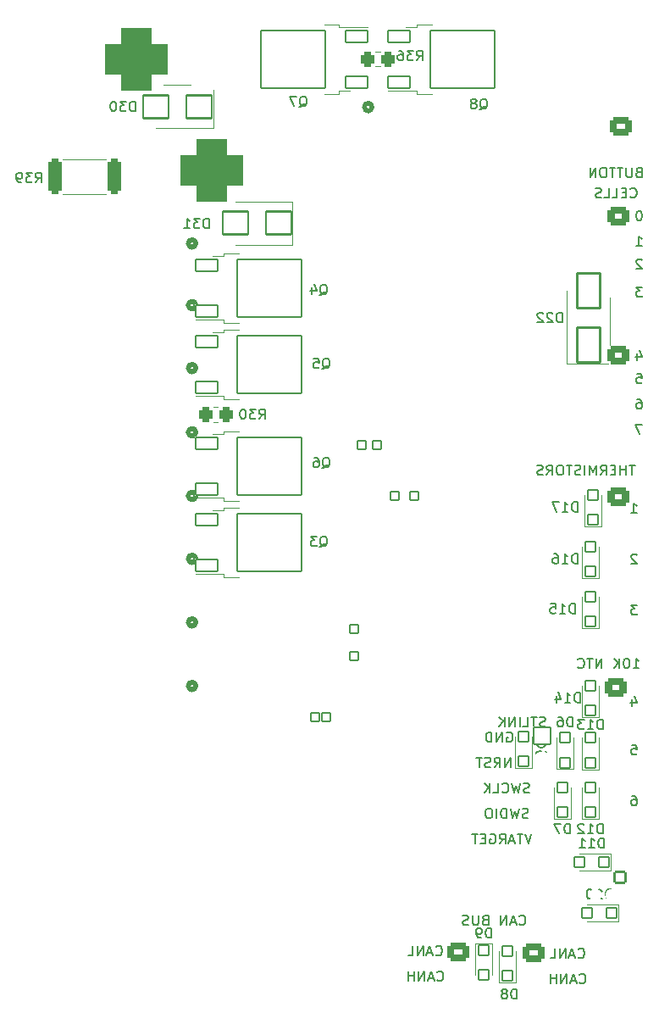
<source format=gbo>
%TF.GenerationSoftware,KiCad,Pcbnew,6.0.11+dfsg-1*%
%TF.CreationDate,2025-03-20T10:49:09-04:00*%
%TF.ProjectId,battery-board,62617474-6572-4792-9d62-6f6172642e6b,rev?*%
%TF.SameCoordinates,Original*%
%TF.FileFunction,Legend,Bot*%
%TF.FilePolarity,Positive*%
%FSLAX46Y46*%
G04 Gerber Fmt 4.6, Leading zero omitted, Abs format (unit mm)*
G04 Created by KiCad (PCBNEW 6.0.11+dfsg-1) date 2025-03-20 10:49:09*
%MOMM*%
%LPD*%
G01*
G04 APERTURE LIST*
G04 Aperture macros list*
%AMRoundRect*
0 Rectangle with rounded corners*
0 $1 Rounding radius*
0 $2 $3 $4 $5 $6 $7 $8 $9 X,Y pos of 4 corners*
0 Add a 4 corners polygon primitive as box body*
4,1,4,$2,$3,$4,$5,$6,$7,$8,$9,$2,$3,0*
0 Add four circle primitives for the rounded corners*
1,1,$1+$1,$2,$3*
1,1,$1+$1,$4,$5*
1,1,$1+$1,$6,$7*
1,1,$1+$1,$8,$9*
0 Add four rect primitives between the rounded corners*
20,1,$1+$1,$2,$3,$4,$5,0*
20,1,$1+$1,$4,$5,$6,$7,0*
20,1,$1+$1,$6,$7,$8,$9,0*
20,1,$1+$1,$8,$9,$2,$3,0*%
G04 Aperture macros list end*
%ADD10C,0.200000*%
%ADD11C,0.150000*%
%ADD12C,0.508000*%
%ADD13C,0.120000*%
%ADD14RoundRect,0.100000X-0.425000X-0.425000X0.425000X-0.425000X0.425000X0.425000X-0.425000X0.425000X0*%
%ADD15C,3.298800*%
%ADD16RoundRect,1.600000X-1.500000X-1.500000X1.500000X-1.500000X1.500000X1.500000X-1.500000X1.500000X0*%
%ADD17C,6.200000*%
%ADD18C,3.400000*%
%ADD19RoundRect,0.350000X-0.725000X0.600000X-0.725000X-0.600000X0.725000X-0.600000X0.725000X0.600000X0*%
%ADD20O,2.150000X1.900000*%
%ADD21RoundRect,0.350000X-0.750000X0.600000X-0.750000X-0.600000X0.750000X-0.600000X0.750000X0.600000X0*%
%ADD22O,2.200000X1.900000*%
%ADD23RoundRect,0.100000X0.550000X0.550000X-0.550000X0.550000X-0.550000X-0.550000X0.550000X-0.550000X0*%
%ADD24C,1.300000*%
%ADD25O,1.300000X2.600000*%
%ADD26RoundRect,0.100000X-0.850000X-0.850000X0.850000X-0.850000X0.850000X0.850000X-0.850000X0.850000X0*%
%ADD27O,1.900000X1.900000*%
%ADD28RoundRect,0.100000X0.425000X0.425000X-0.425000X0.425000X-0.425000X-0.425000X0.425000X-0.425000X0*%
%ADD29RoundRect,0.100000X-0.500000X0.500000X-0.500000X-0.500000X0.500000X-0.500000X0.500000X0.500000X0*%
%ADD30RoundRect,0.100000X0.500000X-0.500000X0.500000X0.500000X-0.500000X0.500000X-0.500000X-0.500000X0*%
%ADD31RoundRect,0.100000X-1.100000X-0.600000X1.100000X-0.600000X1.100000X0.600000X-1.100000X0.600000X0*%
%ADD32RoundRect,0.100000X-3.200000X-2.900000X3.200000X-2.900000X3.200000X2.900000X-3.200000X2.900000X0*%
%ADD33RoundRect,0.100000X1.100000X0.600000X-1.100000X0.600000X-1.100000X-0.600000X1.100000X-0.600000X0*%
%ADD34RoundRect,0.100000X3.200000X2.900000X-3.200000X2.900000X-3.200000X-2.900000X3.200000X-2.900000X0*%
%ADD35RoundRect,0.100000X0.500000X0.500000X-0.500000X0.500000X-0.500000X-0.500000X0.500000X-0.500000X0*%
%ADD36RoundRect,0.350000X-0.350000X-0.450000X0.350000X-0.450000X0.350000X0.450000X-0.350000X0.450000X0*%
%ADD37RoundRect,0.100000X1.150000X-1.750000X1.150000X1.750000X-1.150000X1.750000X-1.150000X-1.750000X0*%
%ADD38RoundRect,0.350000X-0.362500X-1.425000X0.362500X-1.425000X0.362500X1.425000X-0.362500X1.425000X0*%
%ADD39RoundRect,0.100000X1.250000X1.150000X-1.250000X1.150000X-1.250000X-1.150000X1.250000X-1.150000X0*%
%ADD40RoundRect,0.350000X0.350000X0.450000X-0.350000X0.450000X-0.350000X-0.450000X0.350000X-0.450000X0*%
G04 APERTURE END LIST*
D10*
X124539333Y-110704380D02*
X123920285Y-110704380D01*
X124253619Y-111085333D01*
X124110761Y-111085333D01*
X124015523Y-111132952D01*
X123967904Y-111180571D01*
X123920285Y-111275809D01*
X123920285Y-111513904D01*
X123967904Y-111609142D01*
X124015523Y-111656761D01*
X124110761Y-111704380D01*
X124396476Y-111704380D01*
X124491714Y-111656761D01*
X124539333Y-111609142D01*
X125047333Y-78954380D02*
X124428285Y-78954380D01*
X124761619Y-79335333D01*
X124618761Y-79335333D01*
X124523523Y-79382952D01*
X124475904Y-79430571D01*
X124428285Y-79525809D01*
X124428285Y-79763904D01*
X124475904Y-79859142D01*
X124523523Y-79906761D01*
X124618761Y-79954380D01*
X124904476Y-79954380D01*
X124999714Y-79906761D01*
X125047333Y-79859142D01*
X111878857Y-126944380D02*
X111878857Y-125944380D01*
X111307428Y-126944380D01*
X111307428Y-125944380D01*
X110259809Y-126944380D02*
X110593142Y-126468190D01*
X110831238Y-126944380D02*
X110831238Y-125944380D01*
X110450285Y-125944380D01*
X110355047Y-125992000D01*
X110307428Y-126039619D01*
X110259809Y-126134857D01*
X110259809Y-126277714D01*
X110307428Y-126372952D01*
X110355047Y-126420571D01*
X110450285Y-126468190D01*
X110831238Y-126468190D01*
X109878857Y-126896761D02*
X109736000Y-126944380D01*
X109497904Y-126944380D01*
X109402666Y-126896761D01*
X109355047Y-126849142D01*
X109307428Y-126753904D01*
X109307428Y-126658666D01*
X109355047Y-126563428D01*
X109402666Y-126515809D01*
X109497904Y-126468190D01*
X109688380Y-126420571D01*
X109783619Y-126372952D01*
X109831238Y-126325333D01*
X109878857Y-126230095D01*
X109878857Y-126134857D01*
X109831238Y-126039619D01*
X109783619Y-125992000D01*
X109688380Y-125944380D01*
X109450285Y-125944380D01*
X109307428Y-125992000D01*
X109021714Y-125944380D02*
X108450285Y-125944380D01*
X108736000Y-126944380D02*
X108736000Y-125944380D01*
X123967904Y-124674380D02*
X124444095Y-124674380D01*
X124491714Y-125150571D01*
X124444095Y-125102952D01*
X124348857Y-125055333D01*
X124110761Y-125055333D01*
X124015523Y-125102952D01*
X123967904Y-125150571D01*
X123920285Y-125245809D01*
X123920285Y-125483904D01*
X123967904Y-125579142D01*
X124015523Y-125626761D01*
X124110761Y-125674380D01*
X124348857Y-125674380D01*
X124444095Y-125626761D01*
X124491714Y-125579142D01*
X112759809Y-142597142D02*
X112807428Y-142644761D01*
X112950285Y-142692380D01*
X113045523Y-142692380D01*
X113188380Y-142644761D01*
X113283619Y-142549523D01*
X113331238Y-142454285D01*
X113378857Y-142263809D01*
X113378857Y-142120952D01*
X113331238Y-141930476D01*
X113283619Y-141835238D01*
X113188380Y-141740000D01*
X113045523Y-141692380D01*
X112950285Y-141692380D01*
X112807428Y-141740000D01*
X112759809Y-141787619D01*
X112378857Y-142406666D02*
X111902666Y-142406666D01*
X112474095Y-142692380D02*
X112140761Y-141692380D01*
X111807428Y-142692380D01*
X111474095Y-142692380D02*
X111474095Y-141692380D01*
X110902666Y-142692380D01*
X110902666Y-141692380D01*
X109331238Y-142168571D02*
X109188380Y-142216190D01*
X109140761Y-142263809D01*
X109093142Y-142359047D01*
X109093142Y-142501904D01*
X109140761Y-142597142D01*
X109188380Y-142644761D01*
X109283619Y-142692380D01*
X109664571Y-142692380D01*
X109664571Y-141692380D01*
X109331238Y-141692380D01*
X109236000Y-141740000D01*
X109188380Y-141787619D01*
X109140761Y-141882857D01*
X109140761Y-141978095D01*
X109188380Y-142073333D01*
X109236000Y-142120952D01*
X109331238Y-142168571D01*
X109664571Y-142168571D01*
X108664571Y-141692380D02*
X108664571Y-142501904D01*
X108616952Y-142597142D01*
X108569333Y-142644761D01*
X108474095Y-142692380D01*
X108283619Y-142692380D01*
X108188380Y-142644761D01*
X108140761Y-142597142D01*
X108093142Y-142501904D01*
X108093142Y-141692380D01*
X107664571Y-142644761D02*
X107521714Y-142692380D01*
X107283619Y-142692380D01*
X107188380Y-142644761D01*
X107140761Y-142597142D01*
X107093142Y-142501904D01*
X107093142Y-142406666D01*
X107140761Y-142311428D01*
X107188380Y-142263809D01*
X107283619Y-142216190D01*
X107474095Y-142168571D01*
X107569333Y-142120952D01*
X107616952Y-142073333D01*
X107664571Y-141978095D01*
X107664571Y-141882857D01*
X107616952Y-141787619D01*
X107569333Y-141740000D01*
X107474095Y-141692380D01*
X107236000Y-141692380D01*
X107093142Y-141740000D01*
X111505904Y-123452000D02*
X111601142Y-123404380D01*
X111744000Y-123404380D01*
X111886857Y-123452000D01*
X111982095Y-123547238D01*
X112029714Y-123642476D01*
X112077333Y-123832952D01*
X112077333Y-123975809D01*
X112029714Y-124166285D01*
X111982095Y-124261523D01*
X111886857Y-124356761D01*
X111744000Y-124404380D01*
X111648761Y-124404380D01*
X111505904Y-124356761D01*
X111458285Y-124309142D01*
X111458285Y-123975809D01*
X111648761Y-123975809D01*
X111029714Y-124404380D02*
X111029714Y-123404380D01*
X110458285Y-124404380D01*
X110458285Y-123404380D01*
X109982095Y-124404380D02*
X109982095Y-123404380D01*
X109744000Y-123404380D01*
X109601142Y-123452000D01*
X109505904Y-123547238D01*
X109458285Y-123642476D01*
X109410666Y-123832952D01*
X109410666Y-123975809D01*
X109458285Y-124166285D01*
X109505904Y-124261523D01*
X109601142Y-124356761D01*
X109744000Y-124404380D01*
X109982095Y-124404380D01*
X123856571Y-69953142D02*
X123904190Y-70000761D01*
X124047047Y-70048380D01*
X124142285Y-70048380D01*
X124285142Y-70000761D01*
X124380380Y-69905523D01*
X124428000Y-69810285D01*
X124475619Y-69619809D01*
X124475619Y-69476952D01*
X124428000Y-69286476D01*
X124380380Y-69191238D01*
X124285142Y-69096000D01*
X124142285Y-69048380D01*
X124047047Y-69048380D01*
X123904190Y-69096000D01*
X123856571Y-69143619D01*
X123428000Y-69524571D02*
X123094666Y-69524571D01*
X122951809Y-70048380D02*
X123428000Y-70048380D01*
X123428000Y-69048380D01*
X122951809Y-69048380D01*
X122047047Y-70048380D02*
X122523238Y-70048380D01*
X122523238Y-69048380D01*
X121237523Y-70048380D02*
X121713714Y-70048380D01*
X121713714Y-69048380D01*
X120951809Y-70000761D02*
X120808952Y-70048380D01*
X120570857Y-70048380D01*
X120475619Y-70000761D01*
X120428000Y-69953142D01*
X120380380Y-69857904D01*
X120380380Y-69762666D01*
X120428000Y-69667428D01*
X120475619Y-69619809D01*
X120570857Y-69572190D01*
X120761333Y-69524571D01*
X120856571Y-69476952D01*
X120904190Y-69429333D01*
X120951809Y-69334095D01*
X120951809Y-69238857D01*
X120904190Y-69143619D01*
X120856571Y-69096000D01*
X120761333Y-69048380D01*
X120523238Y-69048380D01*
X120380380Y-69096000D01*
X124999714Y-76255619D02*
X124952095Y-76208000D01*
X124856857Y-76160380D01*
X124618761Y-76160380D01*
X124523523Y-76208000D01*
X124475904Y-76255619D01*
X124428285Y-76350857D01*
X124428285Y-76446095D01*
X124475904Y-76588952D01*
X125047333Y-77160380D01*
X124428285Y-77160380D01*
X124523523Y-85637714D02*
X124523523Y-86304380D01*
X124761619Y-85256761D02*
X124999714Y-85971047D01*
X124380666Y-85971047D01*
X118768666Y-148439142D02*
X118816285Y-148486761D01*
X118959142Y-148534380D01*
X119054380Y-148534380D01*
X119197238Y-148486761D01*
X119292476Y-148391523D01*
X119340095Y-148296285D01*
X119387714Y-148105809D01*
X119387714Y-147962952D01*
X119340095Y-147772476D01*
X119292476Y-147677238D01*
X119197238Y-147582000D01*
X119054380Y-147534380D01*
X118959142Y-147534380D01*
X118816285Y-147582000D01*
X118768666Y-147629619D01*
X118387714Y-148248666D02*
X117911523Y-148248666D01*
X118482952Y-148534380D02*
X118149619Y-147534380D01*
X117816285Y-148534380D01*
X117482952Y-148534380D02*
X117482952Y-147534380D01*
X116911523Y-148534380D01*
X116911523Y-147534380D01*
X116435333Y-148534380D02*
X116435333Y-147534380D01*
X116435333Y-148010571D02*
X115863904Y-148010571D01*
X115863904Y-148534380D02*
X115863904Y-147534380D01*
X125047333Y-92670380D02*
X124380666Y-92670380D01*
X124809238Y-93670380D01*
X124428285Y-74874380D02*
X124999714Y-74874380D01*
X124714000Y-74874380D02*
X124714000Y-73874380D01*
X124809238Y-74017238D01*
X124904476Y-74112476D01*
X124999714Y-74160095D01*
X118649619Y-145899142D02*
X118697238Y-145946761D01*
X118840095Y-145994380D01*
X118935333Y-145994380D01*
X119078190Y-145946761D01*
X119173428Y-145851523D01*
X119221047Y-145756285D01*
X119268666Y-145565809D01*
X119268666Y-145422952D01*
X119221047Y-145232476D01*
X119173428Y-145137238D01*
X119078190Y-145042000D01*
X118935333Y-144994380D01*
X118840095Y-144994380D01*
X118697238Y-145042000D01*
X118649619Y-145089619D01*
X118268666Y-145708666D02*
X117792476Y-145708666D01*
X118363904Y-145994380D02*
X118030571Y-144994380D01*
X117697238Y-145994380D01*
X117363904Y-145994380D02*
X117363904Y-144994380D01*
X116792476Y-145994380D01*
X116792476Y-144994380D01*
X115840095Y-145994380D02*
X116316285Y-145994380D01*
X116316285Y-144994380D01*
X123920285Y-101544380D02*
X124491714Y-101544380D01*
X124206000Y-101544380D02*
X124206000Y-100544380D01*
X124301238Y-100687238D01*
X124396476Y-100782476D01*
X124491714Y-100830095D01*
X104544666Y-148185142D02*
X104592285Y-148232761D01*
X104735142Y-148280380D01*
X104830380Y-148280380D01*
X104973238Y-148232761D01*
X105068476Y-148137523D01*
X105116095Y-148042285D01*
X105163714Y-147851809D01*
X105163714Y-147708952D01*
X105116095Y-147518476D01*
X105068476Y-147423238D01*
X104973238Y-147328000D01*
X104830380Y-147280380D01*
X104735142Y-147280380D01*
X104592285Y-147328000D01*
X104544666Y-147375619D01*
X104163714Y-147994666D02*
X103687523Y-147994666D01*
X104258952Y-148280380D02*
X103925619Y-147280380D01*
X103592285Y-148280380D01*
X103258952Y-148280380D02*
X103258952Y-147280380D01*
X102687523Y-148280380D01*
X102687523Y-147280380D01*
X102211333Y-148280380D02*
X102211333Y-147280380D01*
X102211333Y-147756571D02*
X101639904Y-147756571D01*
X101639904Y-148280380D02*
X101639904Y-147280380D01*
X124689904Y-67492571D02*
X124547047Y-67540190D01*
X124499428Y-67587809D01*
X124451809Y-67683047D01*
X124451809Y-67825904D01*
X124499428Y-67921142D01*
X124547047Y-67968761D01*
X124642285Y-68016380D01*
X125023238Y-68016380D01*
X125023238Y-67016380D01*
X124689904Y-67016380D01*
X124594666Y-67064000D01*
X124547047Y-67111619D01*
X124499428Y-67206857D01*
X124499428Y-67302095D01*
X124547047Y-67397333D01*
X124594666Y-67444952D01*
X124689904Y-67492571D01*
X125023238Y-67492571D01*
X124023238Y-67016380D02*
X124023238Y-67825904D01*
X123975619Y-67921142D01*
X123928000Y-67968761D01*
X123832761Y-68016380D01*
X123642285Y-68016380D01*
X123547047Y-67968761D01*
X123499428Y-67921142D01*
X123451809Y-67825904D01*
X123451809Y-67016380D01*
X123118476Y-67016380D02*
X122547047Y-67016380D01*
X122832761Y-68016380D02*
X122832761Y-67016380D01*
X122356571Y-67016380D02*
X121785142Y-67016380D01*
X122070857Y-68016380D02*
X122070857Y-67016380D01*
X121261333Y-67016380D02*
X121070857Y-67016380D01*
X120975619Y-67064000D01*
X120880380Y-67159238D01*
X120832761Y-67349714D01*
X120832761Y-67683047D01*
X120880380Y-67873523D01*
X120975619Y-67968761D01*
X121070857Y-68016380D01*
X121261333Y-68016380D01*
X121356571Y-67968761D01*
X121451809Y-67873523D01*
X121499428Y-67683047D01*
X121499428Y-67349714D01*
X121451809Y-67159238D01*
X121356571Y-67064000D01*
X121261333Y-67016380D01*
X120404190Y-68016380D02*
X120404190Y-67016380D01*
X119832761Y-68016380D01*
X119832761Y-67016380D01*
X124491714Y-105719619D02*
X124444095Y-105672000D01*
X124348857Y-105624380D01*
X124110761Y-105624380D01*
X124015523Y-105672000D01*
X123967904Y-105719619D01*
X123920285Y-105814857D01*
X123920285Y-105910095D01*
X123967904Y-106052952D01*
X124539333Y-106624380D01*
X123920285Y-106624380D01*
X115363333Y-122832761D02*
X115220476Y-122880380D01*
X114982380Y-122880380D01*
X114887142Y-122832761D01*
X114839523Y-122785142D01*
X114791904Y-122689904D01*
X114791904Y-122594666D01*
X114839523Y-122499428D01*
X114887142Y-122451809D01*
X114982380Y-122404190D01*
X115172857Y-122356571D01*
X115268095Y-122308952D01*
X115315714Y-122261333D01*
X115363333Y-122166095D01*
X115363333Y-122070857D01*
X115315714Y-121975619D01*
X115268095Y-121928000D01*
X115172857Y-121880380D01*
X114934761Y-121880380D01*
X114791904Y-121928000D01*
X114506190Y-121880380D02*
X113934761Y-121880380D01*
X114220476Y-122880380D02*
X114220476Y-121880380D01*
X113125238Y-122880380D02*
X113601428Y-122880380D01*
X113601428Y-121880380D01*
X112791904Y-122880380D02*
X112791904Y-121880380D01*
X112315714Y-122880380D02*
X112315714Y-121880380D01*
X111744285Y-122880380D01*
X111744285Y-121880380D01*
X111268095Y-122880380D02*
X111268095Y-121880380D01*
X110696666Y-122880380D02*
X111125238Y-122308952D01*
X110696666Y-121880380D02*
X111268095Y-122451809D01*
X124308571Y-96734380D02*
X123737142Y-96734380D01*
X124022857Y-97734380D02*
X124022857Y-96734380D01*
X123403809Y-97734380D02*
X123403809Y-96734380D01*
X123403809Y-97210571D02*
X122832380Y-97210571D01*
X122832380Y-97734380D02*
X122832380Y-96734380D01*
X122356190Y-97210571D02*
X122022857Y-97210571D01*
X121880000Y-97734380D02*
X122356190Y-97734380D01*
X122356190Y-96734380D01*
X121880000Y-96734380D01*
X120880000Y-97734380D02*
X121213333Y-97258190D01*
X121451428Y-97734380D02*
X121451428Y-96734380D01*
X121070476Y-96734380D01*
X120975238Y-96782000D01*
X120927619Y-96829619D01*
X120880000Y-96924857D01*
X120880000Y-97067714D01*
X120927619Y-97162952D01*
X120975238Y-97210571D01*
X121070476Y-97258190D01*
X121451428Y-97258190D01*
X120451428Y-97734380D02*
X120451428Y-96734380D01*
X120118095Y-97448666D01*
X119784761Y-96734380D01*
X119784761Y-97734380D01*
X119308571Y-97734380D02*
X119308571Y-96734380D01*
X118880000Y-97686761D02*
X118737142Y-97734380D01*
X118499047Y-97734380D01*
X118403809Y-97686761D01*
X118356190Y-97639142D01*
X118308571Y-97543904D01*
X118308571Y-97448666D01*
X118356190Y-97353428D01*
X118403809Y-97305809D01*
X118499047Y-97258190D01*
X118689523Y-97210571D01*
X118784761Y-97162952D01*
X118832380Y-97115333D01*
X118880000Y-97020095D01*
X118880000Y-96924857D01*
X118832380Y-96829619D01*
X118784761Y-96782000D01*
X118689523Y-96734380D01*
X118451428Y-96734380D01*
X118308571Y-96782000D01*
X118022857Y-96734380D02*
X117451428Y-96734380D01*
X117737142Y-97734380D02*
X117737142Y-96734380D01*
X116927619Y-96734380D02*
X116737142Y-96734380D01*
X116641904Y-96782000D01*
X116546666Y-96877238D01*
X116499047Y-97067714D01*
X116499047Y-97401047D01*
X116546666Y-97591523D01*
X116641904Y-97686761D01*
X116737142Y-97734380D01*
X116927619Y-97734380D01*
X117022857Y-97686761D01*
X117118095Y-97591523D01*
X117165714Y-97401047D01*
X117165714Y-97067714D01*
X117118095Y-96877238D01*
X117022857Y-96782000D01*
X116927619Y-96734380D01*
X115499047Y-97734380D02*
X115832380Y-97258190D01*
X116070476Y-97734380D02*
X116070476Y-96734380D01*
X115689523Y-96734380D01*
X115594285Y-96782000D01*
X115546666Y-96829619D01*
X115499047Y-96924857D01*
X115499047Y-97067714D01*
X115546666Y-97162952D01*
X115594285Y-97210571D01*
X115689523Y-97258190D01*
X116070476Y-97258190D01*
X115118095Y-97686761D02*
X114975238Y-97734380D01*
X114737142Y-97734380D01*
X114641904Y-97686761D01*
X114594285Y-97639142D01*
X114546666Y-97543904D01*
X114546666Y-97448666D01*
X114594285Y-97353428D01*
X114641904Y-97305809D01*
X114737142Y-97258190D01*
X114927619Y-97210571D01*
X115022857Y-97162952D01*
X115070476Y-97115333D01*
X115118095Y-97020095D01*
X115118095Y-96924857D01*
X115070476Y-96829619D01*
X115022857Y-96782000D01*
X114927619Y-96734380D01*
X114689523Y-96734380D01*
X114546666Y-96782000D01*
X113625047Y-131976761D02*
X113482190Y-132024380D01*
X113244095Y-132024380D01*
X113148857Y-131976761D01*
X113101238Y-131929142D01*
X113053619Y-131833904D01*
X113053619Y-131738666D01*
X113101238Y-131643428D01*
X113148857Y-131595809D01*
X113244095Y-131548190D01*
X113434571Y-131500571D01*
X113529809Y-131452952D01*
X113577428Y-131405333D01*
X113625047Y-131310095D01*
X113625047Y-131214857D01*
X113577428Y-131119619D01*
X113529809Y-131072000D01*
X113434571Y-131024380D01*
X113196476Y-131024380D01*
X113053619Y-131072000D01*
X112720285Y-131024380D02*
X112482190Y-132024380D01*
X112291714Y-131310095D01*
X112101238Y-132024380D01*
X111863142Y-131024380D01*
X111482190Y-132024380D02*
X111482190Y-131024380D01*
X111244095Y-131024380D01*
X111101238Y-131072000D01*
X111006000Y-131167238D01*
X110958380Y-131262476D01*
X110910761Y-131452952D01*
X110910761Y-131595809D01*
X110958380Y-131786285D01*
X111006000Y-131881523D01*
X111101238Y-131976761D01*
X111244095Y-132024380D01*
X111482190Y-132024380D01*
X110482190Y-132024380D02*
X110482190Y-131024380D01*
X109815523Y-131024380D02*
X109625047Y-131024380D01*
X109529809Y-131072000D01*
X109434571Y-131167238D01*
X109386952Y-131357714D01*
X109386952Y-131691047D01*
X109434571Y-131881523D01*
X109529809Y-131976761D01*
X109625047Y-132024380D01*
X109815523Y-132024380D01*
X109910761Y-131976761D01*
X110006000Y-131881523D01*
X110053619Y-131691047D01*
X110053619Y-131357714D01*
X110006000Y-131167238D01*
X109910761Y-131072000D01*
X109815523Y-131024380D01*
X113974190Y-133564380D02*
X113640857Y-134564380D01*
X113307523Y-133564380D01*
X113117047Y-133564380D02*
X112545619Y-133564380D01*
X112831333Y-134564380D02*
X112831333Y-133564380D01*
X112259904Y-134278666D02*
X111783714Y-134278666D01*
X112355142Y-134564380D02*
X112021809Y-133564380D01*
X111688476Y-134564380D01*
X110783714Y-134564380D02*
X111117047Y-134088190D01*
X111355142Y-134564380D02*
X111355142Y-133564380D01*
X110974190Y-133564380D01*
X110878952Y-133612000D01*
X110831333Y-133659619D01*
X110783714Y-133754857D01*
X110783714Y-133897714D01*
X110831333Y-133992952D01*
X110878952Y-134040571D01*
X110974190Y-134088190D01*
X111355142Y-134088190D01*
X109831333Y-133612000D02*
X109926571Y-133564380D01*
X110069428Y-133564380D01*
X110212285Y-133612000D01*
X110307523Y-133707238D01*
X110355142Y-133802476D01*
X110402761Y-133992952D01*
X110402761Y-134135809D01*
X110355142Y-134326285D01*
X110307523Y-134421523D01*
X110212285Y-134516761D01*
X110069428Y-134564380D01*
X109974190Y-134564380D01*
X109831333Y-134516761D01*
X109783714Y-134469142D01*
X109783714Y-134135809D01*
X109974190Y-134135809D01*
X109355142Y-134040571D02*
X109021809Y-134040571D01*
X108878952Y-134564380D02*
X109355142Y-134564380D01*
X109355142Y-133564380D01*
X108878952Y-133564380D01*
X108593238Y-133564380D02*
X108021809Y-133564380D01*
X108307523Y-134564380D02*
X108307523Y-133564380D01*
X124015523Y-129754380D02*
X124206000Y-129754380D01*
X124301238Y-129802000D01*
X124348857Y-129849619D01*
X124444095Y-129992476D01*
X124491714Y-130182952D01*
X124491714Y-130563904D01*
X124444095Y-130659142D01*
X124396476Y-130706761D01*
X124301238Y-130754380D01*
X124110761Y-130754380D01*
X124015523Y-130706761D01*
X123967904Y-130659142D01*
X123920285Y-130563904D01*
X123920285Y-130325809D01*
X123967904Y-130230571D01*
X124015523Y-130182952D01*
X124110761Y-130135333D01*
X124301238Y-130135333D01*
X124396476Y-130182952D01*
X124444095Y-130230571D01*
X124491714Y-130325809D01*
X113767904Y-129436761D02*
X113625047Y-129484380D01*
X113386952Y-129484380D01*
X113291714Y-129436761D01*
X113244095Y-129389142D01*
X113196476Y-129293904D01*
X113196476Y-129198666D01*
X113244095Y-129103428D01*
X113291714Y-129055809D01*
X113386952Y-129008190D01*
X113577428Y-128960571D01*
X113672666Y-128912952D01*
X113720285Y-128865333D01*
X113767904Y-128770095D01*
X113767904Y-128674857D01*
X113720285Y-128579619D01*
X113672666Y-128532000D01*
X113577428Y-128484380D01*
X113339333Y-128484380D01*
X113196476Y-128532000D01*
X112863142Y-128484380D02*
X112625047Y-129484380D01*
X112434571Y-128770095D01*
X112244095Y-129484380D01*
X112006000Y-128484380D01*
X111053619Y-129389142D02*
X111101238Y-129436761D01*
X111244095Y-129484380D01*
X111339333Y-129484380D01*
X111482190Y-129436761D01*
X111577428Y-129341523D01*
X111625047Y-129246285D01*
X111672666Y-129055809D01*
X111672666Y-128912952D01*
X111625047Y-128722476D01*
X111577428Y-128627238D01*
X111482190Y-128532000D01*
X111339333Y-128484380D01*
X111244095Y-128484380D01*
X111101238Y-128532000D01*
X111053619Y-128579619D01*
X110148857Y-129484380D02*
X110625047Y-129484380D01*
X110625047Y-128484380D01*
X109815523Y-129484380D02*
X109815523Y-128484380D01*
X109244095Y-129484380D02*
X109672666Y-128912952D01*
X109244095Y-128484380D02*
X109815523Y-129055809D01*
X124761619Y-71334380D02*
X124666380Y-71334380D01*
X124571142Y-71382000D01*
X124523523Y-71429619D01*
X124475904Y-71524857D01*
X124428285Y-71715333D01*
X124428285Y-71953428D01*
X124475904Y-72143904D01*
X124523523Y-72239142D01*
X124571142Y-72286761D01*
X124666380Y-72334380D01*
X124761619Y-72334380D01*
X124856857Y-72286761D01*
X124904476Y-72239142D01*
X124952095Y-72143904D01*
X124999714Y-71953428D01*
X124999714Y-71715333D01*
X124952095Y-71524857D01*
X124904476Y-71429619D01*
X124856857Y-71382000D01*
X124761619Y-71334380D01*
X124015523Y-120181714D02*
X124015523Y-120848380D01*
X124253619Y-119800761D02*
X124491714Y-120515047D01*
X123872666Y-120515047D01*
X124475904Y-87590380D02*
X124952095Y-87590380D01*
X124999714Y-88066571D01*
X124952095Y-88018952D01*
X124856857Y-87971333D01*
X124618761Y-87971333D01*
X124523523Y-88018952D01*
X124475904Y-88066571D01*
X124428285Y-88161809D01*
X124428285Y-88399904D01*
X124475904Y-88495142D01*
X124523523Y-88542761D01*
X124618761Y-88590380D01*
X124856857Y-88590380D01*
X124952095Y-88542761D01*
X124999714Y-88495142D01*
X104425619Y-145645142D02*
X104473238Y-145692761D01*
X104616095Y-145740380D01*
X104711333Y-145740380D01*
X104854190Y-145692761D01*
X104949428Y-145597523D01*
X104997047Y-145502285D01*
X105044666Y-145311809D01*
X105044666Y-145168952D01*
X104997047Y-144978476D01*
X104949428Y-144883238D01*
X104854190Y-144788000D01*
X104711333Y-144740380D01*
X104616095Y-144740380D01*
X104473238Y-144788000D01*
X104425619Y-144835619D01*
X104044666Y-145454666D02*
X103568476Y-145454666D01*
X104139904Y-145740380D02*
X103806571Y-144740380D01*
X103473238Y-145740380D01*
X103139904Y-145740380D02*
X103139904Y-144740380D01*
X102568476Y-145740380D01*
X102568476Y-144740380D01*
X101616095Y-145740380D02*
X102092285Y-145740380D01*
X102092285Y-144740380D01*
X124523523Y-90130380D02*
X124714000Y-90130380D01*
X124809238Y-90178000D01*
X124856857Y-90225619D01*
X124952095Y-90368476D01*
X124999714Y-90558952D01*
X124999714Y-90939904D01*
X124952095Y-91035142D01*
X124904476Y-91082761D01*
X124809238Y-91130380D01*
X124618761Y-91130380D01*
X124523523Y-91082761D01*
X124475904Y-91035142D01*
X124428285Y-90939904D01*
X124428285Y-90701809D01*
X124475904Y-90606571D01*
X124523523Y-90558952D01*
X124618761Y-90511333D01*
X124809238Y-90511333D01*
X124904476Y-90558952D01*
X124952095Y-90606571D01*
X124999714Y-90701809D01*
X124142190Y-117038380D02*
X124713619Y-117038380D01*
X124427904Y-117038380D02*
X124427904Y-116038380D01*
X124523142Y-116181238D01*
X124618380Y-116276476D01*
X124713619Y-116324095D01*
X123523142Y-116038380D02*
X123427904Y-116038380D01*
X123332666Y-116086000D01*
X123285047Y-116133619D01*
X123237428Y-116228857D01*
X123189809Y-116419333D01*
X123189809Y-116657428D01*
X123237428Y-116847904D01*
X123285047Y-116943142D01*
X123332666Y-116990761D01*
X123427904Y-117038380D01*
X123523142Y-117038380D01*
X123618380Y-116990761D01*
X123666000Y-116943142D01*
X123713619Y-116847904D01*
X123761238Y-116657428D01*
X123761238Y-116419333D01*
X123713619Y-116228857D01*
X123666000Y-116133619D01*
X123618380Y-116086000D01*
X123523142Y-116038380D01*
X122761238Y-117038380D02*
X122761238Y-116038380D01*
X122189809Y-117038380D02*
X122618380Y-116466952D01*
X122189809Y-116038380D02*
X122761238Y-116609809D01*
X120999333Y-117038380D02*
X120999333Y-116038380D01*
X120427904Y-117038380D01*
X120427904Y-116038380D01*
X120094571Y-116038380D02*
X119523142Y-116038380D01*
X119808857Y-117038380D02*
X119808857Y-116038380D01*
X118618380Y-116943142D02*
X118666000Y-116990761D01*
X118808857Y-117038380D01*
X118904095Y-117038380D01*
X119046952Y-116990761D01*
X119142190Y-116895523D01*
X119189809Y-116800285D01*
X119237428Y-116609809D01*
X119237428Y-116466952D01*
X119189809Y-116276476D01*
X119142190Y-116181238D01*
X119046952Y-116086000D01*
X118904095Y-116038380D01*
X118808857Y-116038380D01*
X118666000Y-116086000D01*
X118618380Y-116133619D01*
D11*
%TO.C,D9*%
X109958095Y-143962380D02*
X109958095Y-142962380D01*
X109720000Y-142962380D01*
X109577142Y-143010000D01*
X109481904Y-143105238D01*
X109434285Y-143200476D01*
X109386666Y-143390952D01*
X109386666Y-143533809D01*
X109434285Y-143724285D01*
X109481904Y-143819523D01*
X109577142Y-143914761D01*
X109720000Y-143962380D01*
X109958095Y-143962380D01*
X108910476Y-143962380D02*
X108720000Y-143962380D01*
X108624761Y-143914761D01*
X108577142Y-143867142D01*
X108481904Y-143724285D01*
X108434285Y-143533809D01*
X108434285Y-143152857D01*
X108481904Y-143057619D01*
X108529523Y-143010000D01*
X108624761Y-142962380D01*
X108815238Y-142962380D01*
X108910476Y-143010000D01*
X108958095Y-143057619D01*
X109005714Y-143152857D01*
X109005714Y-143390952D01*
X108958095Y-143486190D01*
X108910476Y-143533809D01*
X108815238Y-143581428D01*
X108624761Y-143581428D01*
X108529523Y-143533809D01*
X108481904Y-143486190D01*
X108434285Y-143390952D01*
%TO.C,D12*%
X121102285Y-133548380D02*
X121102285Y-132548380D01*
X120864190Y-132548380D01*
X120721333Y-132596000D01*
X120626095Y-132691238D01*
X120578476Y-132786476D01*
X120530857Y-132976952D01*
X120530857Y-133119809D01*
X120578476Y-133310285D01*
X120626095Y-133405523D01*
X120721333Y-133500761D01*
X120864190Y-133548380D01*
X121102285Y-133548380D01*
X119578476Y-133548380D02*
X120149904Y-133548380D01*
X119864190Y-133548380D02*
X119864190Y-132548380D01*
X119959428Y-132691238D01*
X120054666Y-132786476D01*
X120149904Y-132834095D01*
X119197523Y-132643619D02*
X119149904Y-132596000D01*
X119054666Y-132548380D01*
X118816571Y-132548380D01*
X118721333Y-132596000D01*
X118673714Y-132643619D01*
X118626095Y-132738857D01*
X118626095Y-132834095D01*
X118673714Y-132976952D01*
X119245142Y-133548380D01*
X118626095Y-133548380D01*
%TO.C,Q8*%
X108807238Y-61253619D02*
X108902476Y-61206000D01*
X108997714Y-61110761D01*
X109140571Y-60967904D01*
X109235809Y-60920285D01*
X109331047Y-60920285D01*
X109283428Y-61158380D02*
X109378666Y-61110761D01*
X109473904Y-61015523D01*
X109521523Y-60825047D01*
X109521523Y-60491714D01*
X109473904Y-60301238D01*
X109378666Y-60206000D01*
X109283428Y-60158380D01*
X109092952Y-60158380D01*
X108997714Y-60206000D01*
X108902476Y-60301238D01*
X108854857Y-60491714D01*
X108854857Y-60825047D01*
X108902476Y-61015523D01*
X108997714Y-61110761D01*
X109092952Y-61158380D01*
X109283428Y-61158380D01*
X108283428Y-60586952D02*
X108378666Y-60539333D01*
X108426285Y-60491714D01*
X108473904Y-60396476D01*
X108473904Y-60348857D01*
X108426285Y-60253619D01*
X108378666Y-60206000D01*
X108283428Y-60158380D01*
X108092952Y-60158380D01*
X107997714Y-60206000D01*
X107950095Y-60253619D01*
X107902476Y-60348857D01*
X107902476Y-60396476D01*
X107950095Y-60491714D01*
X107997714Y-60539333D01*
X108092952Y-60586952D01*
X108283428Y-60586952D01*
X108378666Y-60634571D01*
X108426285Y-60682190D01*
X108473904Y-60777428D01*
X108473904Y-60967904D01*
X108426285Y-61063142D01*
X108378666Y-61110761D01*
X108283428Y-61158380D01*
X108092952Y-61158380D01*
X107997714Y-61110761D01*
X107950095Y-61063142D01*
X107902476Y-60967904D01*
X107902476Y-60777428D01*
X107950095Y-60682190D01*
X107997714Y-60634571D01*
X108092952Y-60586952D01*
%TO.C,D8*%
X112498095Y-150058380D02*
X112498095Y-149058380D01*
X112260000Y-149058380D01*
X112117142Y-149106000D01*
X112021904Y-149201238D01*
X111974285Y-149296476D01*
X111926666Y-149486952D01*
X111926666Y-149629809D01*
X111974285Y-149820285D01*
X112021904Y-149915523D01*
X112117142Y-150010761D01*
X112260000Y-150058380D01*
X112498095Y-150058380D01*
X111355238Y-149486952D02*
X111450476Y-149439333D01*
X111498095Y-149391714D01*
X111545714Y-149296476D01*
X111545714Y-149248857D01*
X111498095Y-149153619D01*
X111450476Y-149106000D01*
X111355238Y-149058380D01*
X111164761Y-149058380D01*
X111069523Y-149106000D01*
X111021904Y-149153619D01*
X110974285Y-149248857D01*
X110974285Y-149296476D01*
X111021904Y-149391714D01*
X111069523Y-149439333D01*
X111164761Y-149486952D01*
X111355238Y-149486952D01*
X111450476Y-149534571D01*
X111498095Y-149582190D01*
X111545714Y-149677428D01*
X111545714Y-149867904D01*
X111498095Y-149963142D01*
X111450476Y-150010761D01*
X111355238Y-150058380D01*
X111164761Y-150058380D01*
X111069523Y-150010761D01*
X111021904Y-149963142D01*
X110974285Y-149867904D01*
X110974285Y-149677428D01*
X111021904Y-149582190D01*
X111069523Y-149534571D01*
X111164761Y-149486952D01*
%TO.C,Q5*%
X93059238Y-87161619D02*
X93154476Y-87114000D01*
X93249714Y-87018761D01*
X93392571Y-86875904D01*
X93487809Y-86828285D01*
X93583047Y-86828285D01*
X93535428Y-87066380D02*
X93630666Y-87018761D01*
X93725904Y-86923523D01*
X93773523Y-86733047D01*
X93773523Y-86399714D01*
X93725904Y-86209238D01*
X93630666Y-86114000D01*
X93535428Y-86066380D01*
X93344952Y-86066380D01*
X93249714Y-86114000D01*
X93154476Y-86209238D01*
X93106857Y-86399714D01*
X93106857Y-86733047D01*
X93154476Y-86923523D01*
X93249714Y-87018761D01*
X93344952Y-87066380D01*
X93535428Y-87066380D01*
X92202095Y-86066380D02*
X92678285Y-86066380D01*
X92725904Y-86542571D01*
X92678285Y-86494952D01*
X92583047Y-86447333D01*
X92344952Y-86447333D01*
X92249714Y-86494952D01*
X92202095Y-86542571D01*
X92154476Y-86637809D01*
X92154476Y-86875904D01*
X92202095Y-86971142D01*
X92249714Y-87018761D01*
X92344952Y-87066380D01*
X92583047Y-87066380D01*
X92678285Y-87018761D01*
X92725904Y-86971142D01*
%TO.C,Q7*%
X90773238Y-60999619D02*
X90868476Y-60952000D01*
X90963714Y-60856761D01*
X91106571Y-60713904D01*
X91201809Y-60666285D01*
X91297047Y-60666285D01*
X91249428Y-60904380D02*
X91344666Y-60856761D01*
X91439904Y-60761523D01*
X91487523Y-60571047D01*
X91487523Y-60237714D01*
X91439904Y-60047238D01*
X91344666Y-59952000D01*
X91249428Y-59904380D01*
X91058952Y-59904380D01*
X90963714Y-59952000D01*
X90868476Y-60047238D01*
X90820857Y-60237714D01*
X90820857Y-60571047D01*
X90868476Y-60761523D01*
X90963714Y-60856761D01*
X91058952Y-60904380D01*
X91249428Y-60904380D01*
X90487523Y-59904380D02*
X89820857Y-59904380D01*
X90249428Y-60904380D01*
%TO.C,Q4*%
X92805238Y-79795619D02*
X92900476Y-79748000D01*
X92995714Y-79652761D01*
X93138571Y-79509904D01*
X93233809Y-79462285D01*
X93329047Y-79462285D01*
X93281428Y-79700380D02*
X93376666Y-79652761D01*
X93471904Y-79557523D01*
X93519523Y-79367047D01*
X93519523Y-79033714D01*
X93471904Y-78843238D01*
X93376666Y-78748000D01*
X93281428Y-78700380D01*
X93090952Y-78700380D01*
X92995714Y-78748000D01*
X92900476Y-78843238D01*
X92852857Y-79033714D01*
X92852857Y-79367047D01*
X92900476Y-79557523D01*
X92995714Y-79652761D01*
X93090952Y-79700380D01*
X93281428Y-79700380D01*
X91995714Y-79033714D02*
X91995714Y-79700380D01*
X92233809Y-78652761D02*
X92471904Y-79367047D01*
X91852857Y-79367047D01*
%TO.C,D11*%
X121220412Y-134990380D02*
X121220412Y-133990380D01*
X120982317Y-133990380D01*
X120839460Y-134038000D01*
X120744222Y-134133238D01*
X120696603Y-134228476D01*
X120648984Y-134418952D01*
X120648984Y-134561809D01*
X120696603Y-134752285D01*
X120744222Y-134847523D01*
X120839460Y-134942761D01*
X120982317Y-134990380D01*
X121220412Y-134990380D01*
X119696603Y-134990380D02*
X120268031Y-134990380D01*
X119982317Y-134990380D02*
X119982317Y-133990380D01*
X120077555Y-134133238D01*
X120172793Y-134228476D01*
X120268031Y-134276095D01*
X118744222Y-134990380D02*
X119315650Y-134990380D01*
X119029936Y-134990380D02*
X119029936Y-133990380D01*
X119125174Y-134133238D01*
X119220412Y-134228476D01*
X119315650Y-134276095D01*
%TO.C,D15*%
X118308285Y-111567380D02*
X118308285Y-110567380D01*
X118070190Y-110567380D01*
X117927333Y-110615000D01*
X117832095Y-110710238D01*
X117784476Y-110805476D01*
X117736857Y-110995952D01*
X117736857Y-111138809D01*
X117784476Y-111329285D01*
X117832095Y-111424523D01*
X117927333Y-111519761D01*
X118070190Y-111567380D01*
X118308285Y-111567380D01*
X116784476Y-111567380D02*
X117355904Y-111567380D01*
X117070190Y-111567380D02*
X117070190Y-110567380D01*
X117165428Y-110710238D01*
X117260666Y-110805476D01*
X117355904Y-110853095D01*
X115879714Y-110567380D02*
X116355904Y-110567380D01*
X116403523Y-111043571D01*
X116355904Y-110995952D01*
X116260666Y-110948333D01*
X116022571Y-110948333D01*
X115927333Y-110995952D01*
X115879714Y-111043571D01*
X115832095Y-111138809D01*
X115832095Y-111376904D01*
X115879714Y-111472142D01*
X115927333Y-111519761D01*
X116022571Y-111567380D01*
X116260666Y-111567380D01*
X116355904Y-111519761D01*
X116403523Y-111472142D01*
%TO.C,Q3*%
X92805238Y-104941619D02*
X92900476Y-104894000D01*
X92995714Y-104798761D01*
X93138571Y-104655904D01*
X93233809Y-104608285D01*
X93329047Y-104608285D01*
X93281428Y-104846380D02*
X93376666Y-104798761D01*
X93471904Y-104703523D01*
X93519523Y-104513047D01*
X93519523Y-104179714D01*
X93471904Y-103989238D01*
X93376666Y-103894000D01*
X93281428Y-103846380D01*
X93090952Y-103846380D01*
X92995714Y-103894000D01*
X92900476Y-103989238D01*
X92852857Y-104179714D01*
X92852857Y-104513047D01*
X92900476Y-104703523D01*
X92995714Y-104798761D01*
X93090952Y-104846380D01*
X93281428Y-104846380D01*
X92519523Y-103846380D02*
X91900476Y-103846380D01*
X92233809Y-104227333D01*
X92090952Y-104227333D01*
X91995714Y-104274952D01*
X91948095Y-104322571D01*
X91900476Y-104417809D01*
X91900476Y-104655904D01*
X91948095Y-104751142D01*
X91995714Y-104798761D01*
X92090952Y-104846380D01*
X92376666Y-104846380D01*
X92471904Y-104798761D01*
X92519523Y-104751142D01*
%TO.C,D5*%
X115459380Y-124356904D02*
X114459380Y-124356904D01*
X114459380Y-124595000D01*
X114507000Y-124737857D01*
X114602238Y-124833095D01*
X114697476Y-124880714D01*
X114887952Y-124928333D01*
X115030809Y-124928333D01*
X115221285Y-124880714D01*
X115316523Y-124833095D01*
X115411761Y-124737857D01*
X115459380Y-124595000D01*
X115459380Y-124356904D01*
X114459380Y-125833095D02*
X114459380Y-125356904D01*
X114935571Y-125309285D01*
X114887952Y-125356904D01*
X114840333Y-125452142D01*
X114840333Y-125690238D01*
X114887952Y-125785476D01*
X114935571Y-125833095D01*
X115030809Y-125880714D01*
X115268904Y-125880714D01*
X115364142Y-125833095D01*
X115411761Y-125785476D01*
X115459380Y-125690238D01*
X115459380Y-125452142D01*
X115411761Y-125356904D01*
X115364142Y-125309285D01*
%TO.C,R36*%
X102496857Y-56332380D02*
X102830190Y-55856190D01*
X103068285Y-56332380D02*
X103068285Y-55332380D01*
X102687333Y-55332380D01*
X102592095Y-55380000D01*
X102544476Y-55427619D01*
X102496857Y-55522857D01*
X102496857Y-55665714D01*
X102544476Y-55760952D01*
X102592095Y-55808571D01*
X102687333Y-55856190D01*
X103068285Y-55856190D01*
X102163523Y-55332380D02*
X101544476Y-55332380D01*
X101877809Y-55713333D01*
X101734952Y-55713333D01*
X101639714Y-55760952D01*
X101592095Y-55808571D01*
X101544476Y-55903809D01*
X101544476Y-56141904D01*
X101592095Y-56237142D01*
X101639714Y-56284761D01*
X101734952Y-56332380D01*
X102020666Y-56332380D01*
X102115904Y-56284761D01*
X102163523Y-56237142D01*
X100687333Y-55332380D02*
X100877809Y-55332380D01*
X100973047Y-55380000D01*
X101020666Y-55427619D01*
X101115904Y-55570476D01*
X101163523Y-55760952D01*
X101163523Y-56141904D01*
X101115904Y-56237142D01*
X101068285Y-56284761D01*
X100973047Y-56332380D01*
X100782571Y-56332380D01*
X100687333Y-56284761D01*
X100639714Y-56237142D01*
X100592095Y-56141904D01*
X100592095Y-55903809D01*
X100639714Y-55808571D01*
X100687333Y-55760952D01*
X100782571Y-55713333D01*
X100973047Y-55713333D01*
X101068285Y-55760952D01*
X101115904Y-55808571D01*
X101163523Y-55903809D01*
%TO.C,D22*%
X117038285Y-82494380D02*
X117038285Y-81494380D01*
X116800190Y-81494380D01*
X116657333Y-81542000D01*
X116562095Y-81637238D01*
X116514476Y-81732476D01*
X116466857Y-81922952D01*
X116466857Y-82065809D01*
X116514476Y-82256285D01*
X116562095Y-82351523D01*
X116657333Y-82446761D01*
X116800190Y-82494380D01*
X117038285Y-82494380D01*
X116085904Y-81589619D02*
X116038285Y-81542000D01*
X115943047Y-81494380D01*
X115704952Y-81494380D01*
X115609714Y-81542000D01*
X115562095Y-81589619D01*
X115514476Y-81684857D01*
X115514476Y-81780095D01*
X115562095Y-81922952D01*
X116133523Y-82494380D01*
X115514476Y-82494380D01*
X115133523Y-81589619D02*
X115085904Y-81542000D01*
X114990666Y-81494380D01*
X114752571Y-81494380D01*
X114657333Y-81542000D01*
X114609714Y-81589619D01*
X114562095Y-81684857D01*
X114562095Y-81780095D01*
X114609714Y-81922952D01*
X115181142Y-82494380D01*
X114562095Y-82494380D01*
%TO.C,D13*%
X121102285Y-123134380D02*
X121102285Y-122134380D01*
X120864190Y-122134380D01*
X120721333Y-122182000D01*
X120626095Y-122277238D01*
X120578476Y-122372476D01*
X120530857Y-122562952D01*
X120530857Y-122705809D01*
X120578476Y-122896285D01*
X120626095Y-122991523D01*
X120721333Y-123086761D01*
X120864190Y-123134380D01*
X121102285Y-123134380D01*
X119578476Y-123134380D02*
X120149904Y-123134380D01*
X119864190Y-123134380D02*
X119864190Y-122134380D01*
X119959428Y-122277238D01*
X120054666Y-122372476D01*
X120149904Y-122420095D01*
X119245142Y-122134380D02*
X118626095Y-122134380D01*
X118959428Y-122515333D01*
X118816571Y-122515333D01*
X118721333Y-122562952D01*
X118673714Y-122610571D01*
X118626095Y-122705809D01*
X118626095Y-122943904D01*
X118673714Y-123039142D01*
X118721333Y-123086761D01*
X118816571Y-123134380D01*
X119102285Y-123134380D01*
X119197523Y-123086761D01*
X119245142Y-123039142D01*
%TO.C,R39*%
X64396857Y-68524380D02*
X64730190Y-68048190D01*
X64968285Y-68524380D02*
X64968285Y-67524380D01*
X64587333Y-67524380D01*
X64492095Y-67572000D01*
X64444476Y-67619619D01*
X64396857Y-67714857D01*
X64396857Y-67857714D01*
X64444476Y-67952952D01*
X64492095Y-68000571D01*
X64587333Y-68048190D01*
X64968285Y-68048190D01*
X64063523Y-67524380D02*
X63444476Y-67524380D01*
X63777809Y-67905333D01*
X63634952Y-67905333D01*
X63539714Y-67952952D01*
X63492095Y-68000571D01*
X63444476Y-68095809D01*
X63444476Y-68333904D01*
X63492095Y-68429142D01*
X63539714Y-68476761D01*
X63634952Y-68524380D01*
X63920666Y-68524380D01*
X64015904Y-68476761D01*
X64063523Y-68429142D01*
X62968285Y-68524380D02*
X62777809Y-68524380D01*
X62682571Y-68476761D01*
X62634952Y-68429142D01*
X62539714Y-68286285D01*
X62492095Y-68095809D01*
X62492095Y-67714857D01*
X62539714Y-67619619D01*
X62587333Y-67572000D01*
X62682571Y-67524380D01*
X62873047Y-67524380D01*
X62968285Y-67572000D01*
X63015904Y-67619619D01*
X63063523Y-67714857D01*
X63063523Y-67952952D01*
X63015904Y-68048190D01*
X62968285Y-68095809D01*
X62873047Y-68143428D01*
X62682571Y-68143428D01*
X62587333Y-68095809D01*
X62539714Y-68048190D01*
X62492095Y-67952952D01*
%TO.C,D31*%
X81732285Y-73096380D02*
X81732285Y-72096380D01*
X81494190Y-72096380D01*
X81351333Y-72144000D01*
X81256095Y-72239238D01*
X81208476Y-72334476D01*
X81160857Y-72524952D01*
X81160857Y-72667809D01*
X81208476Y-72858285D01*
X81256095Y-72953523D01*
X81351333Y-73048761D01*
X81494190Y-73096380D01*
X81732285Y-73096380D01*
X80827523Y-72096380D02*
X80208476Y-72096380D01*
X80541809Y-72477333D01*
X80398952Y-72477333D01*
X80303714Y-72524952D01*
X80256095Y-72572571D01*
X80208476Y-72667809D01*
X80208476Y-72905904D01*
X80256095Y-73001142D01*
X80303714Y-73048761D01*
X80398952Y-73096380D01*
X80684666Y-73096380D01*
X80779904Y-73048761D01*
X80827523Y-73001142D01*
X79256095Y-73096380D02*
X79827523Y-73096380D01*
X79541809Y-73096380D02*
X79541809Y-72096380D01*
X79637047Y-72239238D01*
X79732285Y-72334476D01*
X79827523Y-72382095D01*
%TO.C,Q6*%
X93059238Y-97067619D02*
X93154476Y-97020000D01*
X93249714Y-96924761D01*
X93392571Y-96781904D01*
X93487809Y-96734285D01*
X93583047Y-96734285D01*
X93535428Y-96972380D02*
X93630666Y-96924761D01*
X93725904Y-96829523D01*
X93773523Y-96639047D01*
X93773523Y-96305714D01*
X93725904Y-96115238D01*
X93630666Y-96020000D01*
X93535428Y-95972380D01*
X93344952Y-95972380D01*
X93249714Y-96020000D01*
X93154476Y-96115238D01*
X93106857Y-96305714D01*
X93106857Y-96639047D01*
X93154476Y-96829523D01*
X93249714Y-96924761D01*
X93344952Y-96972380D01*
X93535428Y-96972380D01*
X92249714Y-95972380D02*
X92440190Y-95972380D01*
X92535428Y-96020000D01*
X92583047Y-96067619D01*
X92678285Y-96210476D01*
X92725904Y-96400952D01*
X92725904Y-96781904D01*
X92678285Y-96877142D01*
X92630666Y-96924761D01*
X92535428Y-96972380D01*
X92344952Y-96972380D01*
X92249714Y-96924761D01*
X92202095Y-96877142D01*
X92154476Y-96781904D01*
X92154476Y-96543809D01*
X92202095Y-96448571D01*
X92249714Y-96400952D01*
X92344952Y-96353333D01*
X92535428Y-96353333D01*
X92630666Y-96400952D01*
X92678285Y-96448571D01*
X92725904Y-96543809D01*
%TO.C,D10*%
X121982412Y-140070380D02*
X121982412Y-139070380D01*
X121744317Y-139070380D01*
X121601460Y-139118000D01*
X121506222Y-139213238D01*
X121458603Y-139308476D01*
X121410984Y-139498952D01*
X121410984Y-139641809D01*
X121458603Y-139832285D01*
X121506222Y-139927523D01*
X121601460Y-140022761D01*
X121744317Y-140070380D01*
X121982412Y-140070380D01*
X120458603Y-140070380D02*
X121030031Y-140070380D01*
X120744317Y-140070380D02*
X120744317Y-139070380D01*
X120839555Y-139213238D01*
X120934793Y-139308476D01*
X121030031Y-139356095D01*
X119839555Y-139070380D02*
X119744317Y-139070380D01*
X119649079Y-139118000D01*
X119601460Y-139165619D01*
X119553841Y-139260857D01*
X119506222Y-139451333D01*
X119506222Y-139689428D01*
X119553841Y-139879904D01*
X119601460Y-139975142D01*
X119649079Y-140022761D01*
X119744317Y-140070380D01*
X119839555Y-140070380D01*
X119934793Y-140022761D01*
X119982412Y-139975142D01*
X120030031Y-139879904D01*
X120077650Y-139689428D01*
X120077650Y-139451333D01*
X120030031Y-139260857D01*
X119982412Y-139165619D01*
X119934793Y-139118000D01*
X119839555Y-139070380D01*
%TO.C,D30*%
X74366285Y-61412380D02*
X74366285Y-60412380D01*
X74128190Y-60412380D01*
X73985333Y-60460000D01*
X73890095Y-60555238D01*
X73842476Y-60650476D01*
X73794857Y-60840952D01*
X73794857Y-60983809D01*
X73842476Y-61174285D01*
X73890095Y-61269523D01*
X73985333Y-61364761D01*
X74128190Y-61412380D01*
X74366285Y-61412380D01*
X73461523Y-60412380D02*
X72842476Y-60412380D01*
X73175809Y-60793333D01*
X73032952Y-60793333D01*
X72937714Y-60840952D01*
X72890095Y-60888571D01*
X72842476Y-60983809D01*
X72842476Y-61221904D01*
X72890095Y-61317142D01*
X72937714Y-61364761D01*
X73032952Y-61412380D01*
X73318666Y-61412380D01*
X73413904Y-61364761D01*
X73461523Y-61317142D01*
X72223428Y-60412380D02*
X72128190Y-60412380D01*
X72032952Y-60460000D01*
X71985333Y-60507619D01*
X71937714Y-60602857D01*
X71890095Y-60793333D01*
X71890095Y-61031428D01*
X71937714Y-61221904D01*
X71985333Y-61317142D01*
X72032952Y-61364761D01*
X72128190Y-61412380D01*
X72223428Y-61412380D01*
X72318666Y-61364761D01*
X72366285Y-61317142D01*
X72413904Y-61221904D01*
X72461523Y-61031428D01*
X72461523Y-60793333D01*
X72413904Y-60602857D01*
X72366285Y-60507619D01*
X72318666Y-60460000D01*
X72223428Y-60412380D01*
%TO.C,D14*%
X118816285Y-120457380D02*
X118816285Y-119457380D01*
X118578190Y-119457380D01*
X118435333Y-119505000D01*
X118340095Y-119600238D01*
X118292476Y-119695476D01*
X118244857Y-119885952D01*
X118244857Y-120028809D01*
X118292476Y-120219285D01*
X118340095Y-120314523D01*
X118435333Y-120409761D01*
X118578190Y-120457380D01*
X118816285Y-120457380D01*
X117292476Y-120457380D02*
X117863904Y-120457380D01*
X117578190Y-120457380D02*
X117578190Y-119457380D01*
X117673428Y-119600238D01*
X117768666Y-119695476D01*
X117863904Y-119743095D01*
X116435333Y-119790714D02*
X116435333Y-120457380D01*
X116673428Y-119409761D02*
X116911523Y-120124047D01*
X116292476Y-120124047D01*
%TO.C,D7*%
X117832095Y-133548380D02*
X117832095Y-132548380D01*
X117594000Y-132548380D01*
X117451142Y-132596000D01*
X117355904Y-132691238D01*
X117308285Y-132786476D01*
X117260666Y-132976952D01*
X117260666Y-133119809D01*
X117308285Y-133310285D01*
X117355904Y-133405523D01*
X117451142Y-133500761D01*
X117594000Y-133548380D01*
X117832095Y-133548380D01*
X116927333Y-132548380D02*
X116260666Y-132548380D01*
X116689238Y-133548380D01*
%TO.C,D17*%
X118562285Y-101407380D02*
X118562285Y-100407380D01*
X118324190Y-100407380D01*
X118181333Y-100455000D01*
X118086095Y-100550238D01*
X118038476Y-100645476D01*
X117990857Y-100835952D01*
X117990857Y-100978809D01*
X118038476Y-101169285D01*
X118086095Y-101264523D01*
X118181333Y-101359761D01*
X118324190Y-101407380D01*
X118562285Y-101407380D01*
X117038476Y-101407380D02*
X117609904Y-101407380D01*
X117324190Y-101407380D02*
X117324190Y-100407380D01*
X117419428Y-100550238D01*
X117514666Y-100645476D01*
X117609904Y-100693095D01*
X116705142Y-100407380D02*
X116038476Y-100407380D01*
X116467047Y-101407380D01*
%TO.C,R30*%
X86748857Y-92146380D02*
X87082190Y-91670190D01*
X87320285Y-92146380D02*
X87320285Y-91146380D01*
X86939333Y-91146380D01*
X86844095Y-91194000D01*
X86796476Y-91241619D01*
X86748857Y-91336857D01*
X86748857Y-91479714D01*
X86796476Y-91574952D01*
X86844095Y-91622571D01*
X86939333Y-91670190D01*
X87320285Y-91670190D01*
X86415523Y-91146380D02*
X85796476Y-91146380D01*
X86129809Y-91527333D01*
X85986952Y-91527333D01*
X85891714Y-91574952D01*
X85844095Y-91622571D01*
X85796476Y-91717809D01*
X85796476Y-91955904D01*
X85844095Y-92051142D01*
X85891714Y-92098761D01*
X85986952Y-92146380D01*
X86272666Y-92146380D01*
X86367904Y-92098761D01*
X86415523Y-92051142D01*
X85177428Y-91146380D02*
X85082190Y-91146380D01*
X84986952Y-91194000D01*
X84939333Y-91241619D01*
X84891714Y-91336857D01*
X84844095Y-91527333D01*
X84844095Y-91765428D01*
X84891714Y-91955904D01*
X84939333Y-92051142D01*
X84986952Y-92098761D01*
X85082190Y-92146380D01*
X85177428Y-92146380D01*
X85272666Y-92098761D01*
X85320285Y-92051142D01*
X85367904Y-91955904D01*
X85415523Y-91765428D01*
X85415523Y-91527333D01*
X85367904Y-91336857D01*
X85320285Y-91241619D01*
X85272666Y-91194000D01*
X85177428Y-91146380D01*
%TO.C,D6*%
X118086095Y-122880380D02*
X118086095Y-121880380D01*
X117848000Y-121880380D01*
X117705142Y-121928000D01*
X117609904Y-122023238D01*
X117562285Y-122118476D01*
X117514666Y-122308952D01*
X117514666Y-122451809D01*
X117562285Y-122642285D01*
X117609904Y-122737523D01*
X117705142Y-122832761D01*
X117848000Y-122880380D01*
X118086095Y-122880380D01*
X116657523Y-121880380D02*
X116848000Y-121880380D01*
X116943238Y-121928000D01*
X116990857Y-121975619D01*
X117086095Y-122118476D01*
X117133714Y-122308952D01*
X117133714Y-122689904D01*
X117086095Y-122785142D01*
X117038476Y-122832761D01*
X116943238Y-122880380D01*
X116752761Y-122880380D01*
X116657523Y-122832761D01*
X116609904Y-122785142D01*
X116562285Y-122689904D01*
X116562285Y-122451809D01*
X116609904Y-122356571D01*
X116657523Y-122308952D01*
X116752761Y-122261333D01*
X116943238Y-122261333D01*
X117038476Y-122308952D01*
X117086095Y-122356571D01*
X117133714Y-122451809D01*
%TO.C,D16*%
X118562285Y-106587380D02*
X118562285Y-105587380D01*
X118324190Y-105587380D01*
X118181333Y-105635000D01*
X118086095Y-105730238D01*
X118038476Y-105825476D01*
X117990857Y-106015952D01*
X117990857Y-106158809D01*
X118038476Y-106349285D01*
X118086095Y-106444523D01*
X118181333Y-106539761D01*
X118324190Y-106587380D01*
X118562285Y-106587380D01*
X117038476Y-106587380D02*
X117609904Y-106587380D01*
X117324190Y-106587380D02*
X117324190Y-105587380D01*
X117419428Y-105730238D01*
X117514666Y-105825476D01*
X117609904Y-105873095D01*
X116181333Y-105587380D02*
X116371809Y-105587380D01*
X116467047Y-105635000D01*
X116514666Y-105682619D01*
X116609904Y-105825476D01*
X116657523Y-106015952D01*
X116657523Y-106396904D01*
X116609904Y-106492142D01*
X116562285Y-106539761D01*
X116467047Y-106587380D01*
X116276571Y-106587380D01*
X116181333Y-106539761D01*
X116133714Y-106492142D01*
X116086095Y-106396904D01*
X116086095Y-106158809D01*
X116133714Y-106063571D01*
X116181333Y-106015952D01*
X116276571Y-105968333D01*
X116467047Y-105968333D01*
X116562285Y-106015952D01*
X116609904Y-106063571D01*
X116657523Y-106158809D01*
D12*
%TO.C,F7*%
X80429100Y-112458500D02*
G75*
G03*
X80429100Y-112458500I-381000J0D01*
G01*
%TO.C,F5*%
X80429100Y-93472000D02*
G75*
G03*
X80429100Y-93472000I-381000J0D01*
G01*
%TO.C,F6*%
X80429100Y-118808500D02*
G75*
G03*
X80429100Y-118808500I-381000J0D01*
G01*
%TO.C,F9*%
X80429100Y-99822000D02*
G75*
G03*
X80429100Y-99822000I-381000J0D01*
G01*
%TO.C,F8*%
X80429100Y-106108500D02*
G75*
G03*
X80429100Y-106108500I-381000J0D01*
G01*
%TO.C,F1*%
X98035127Y-60987900D02*
G75*
G03*
X98035127Y-60987900I-381000J0D01*
G01*
%TO.C,F3*%
X80429100Y-80772000D02*
G75*
G03*
X80429100Y-80772000I-381000J0D01*
G01*
%TO.C,F2*%
X80429100Y-74612500D02*
G75*
G03*
X80429100Y-74612500I-381000J0D01*
G01*
%TO.C,F4*%
X80429100Y-87058500D02*
G75*
G03*
X80429100Y-87058500I-381000J0D01*
G01*
D13*
%TO.C,D9*%
X108344127Y-144540000D02*
X110044127Y-144540000D01*
X108344127Y-144540000D02*
X108344127Y-147690000D01*
X110044127Y-144540000D02*
X110044127Y-147690000D01*
%TO.C,D12*%
X120729127Y-132065000D02*
X120729127Y-128915000D01*
X119029127Y-132065000D02*
X119029127Y-128915000D01*
X120729127Y-132065000D02*
X119029127Y-132065000D01*
%TO.C,Q8*%
X103994127Y-52750000D02*
X102494127Y-52750000D01*
X103994127Y-59650000D02*
X102494127Y-59650000D01*
X102494127Y-53020000D02*
X101394127Y-53020000D01*
X102494127Y-59380000D02*
X99664127Y-59380000D01*
X102494127Y-52750000D02*
X102494127Y-53020000D01*
X102494127Y-59650000D02*
X102494127Y-59380000D01*
%TO.C,D8*%
X112439127Y-148425000D02*
X112439127Y-145275000D01*
X112439127Y-148425000D02*
X110739127Y-148425000D01*
X110739127Y-148425000D02*
X110739127Y-145275000D01*
%TO.C,Q5*%
X83234127Y-90130000D02*
X83234127Y-89860000D01*
X83234127Y-83500000D02*
X82134127Y-83500000D01*
X84734127Y-83230000D02*
X83234127Y-83230000D01*
X84734127Y-90130000D02*
X83234127Y-90130000D01*
X83234127Y-83230000D02*
X83234127Y-83500000D01*
X83234127Y-89860000D02*
X80404127Y-89860000D01*
%TO.C,Q7*%
X93234127Y-59650000D02*
X94734127Y-59650000D01*
X94734127Y-53020000D02*
X97564127Y-53020000D01*
X94734127Y-59650000D02*
X94734127Y-59380000D01*
X94734127Y-52750000D02*
X94734127Y-53020000D01*
X93234127Y-52750000D02*
X94734127Y-52750000D01*
X94734127Y-59380000D02*
X95834127Y-59380000D01*
%TO.C,Q4*%
X83234127Y-82240000D02*
X80404127Y-82240000D01*
X83234127Y-82510000D02*
X83234127Y-82240000D01*
X83234127Y-75880000D02*
X82134127Y-75880000D01*
X83234127Y-75610000D02*
X83234127Y-75880000D01*
X84734127Y-75610000D02*
X83234127Y-75610000D01*
X84734127Y-82510000D02*
X83234127Y-82510000D01*
%TO.C,D11*%
X121906127Y-135538000D02*
X118756127Y-135538000D01*
X121906127Y-135538000D02*
X121906127Y-137238000D01*
X121906127Y-137238000D02*
X118756127Y-137238000D01*
%TO.C,D15*%
X119029127Y-113015000D02*
X119029127Y-109865000D01*
X120729127Y-113015000D02*
X119029127Y-113015000D01*
X120729127Y-113015000D02*
X120729127Y-109865000D01*
%TO.C,Q3*%
X83234127Y-101280000D02*
X82134127Y-101280000D01*
X84734127Y-101010000D02*
X83234127Y-101010000D01*
X84734127Y-107910000D02*
X83234127Y-107910000D01*
X83234127Y-107910000D02*
X83234127Y-107640000D01*
X83234127Y-101010000D02*
X83234127Y-101280000D01*
X83234127Y-107640000D02*
X80404127Y-107640000D01*
%TO.C,D5*%
X114007000Y-126995000D02*
X114007000Y-123845000D01*
X112307000Y-126995000D02*
X112307000Y-123845000D01*
X114007000Y-126995000D02*
X112307000Y-126995000D01*
%TO.C,R36*%
X98387063Y-56935000D02*
X98841191Y-56935000D01*
X98387063Y-55465000D02*
X98841191Y-55465000D01*
%TO.C,D22*%
X117517597Y-86642000D02*
X117517597Y-79342000D01*
X121817597Y-86642000D02*
X121817597Y-79342000D01*
X121817597Y-86642000D02*
X117517597Y-86642000D01*
%TO.C,D13*%
X120694127Y-127135000D02*
X120694127Y-123985000D01*
X120694127Y-127135000D02*
X118994127Y-127135000D01*
X118994127Y-127135000D02*
X118994127Y-123985000D01*
%TO.C,R39*%
X67114563Y-66225000D02*
X71468691Y-66225000D01*
X67114563Y-69645000D02*
X71468691Y-69645000D01*
%TO.C,D31*%
X90071191Y-70425000D02*
X90071191Y-74725000D01*
X90071191Y-74725000D02*
X84371191Y-74725000D01*
X90071191Y-70425000D02*
X84371191Y-70425000D01*
%TO.C,Q6*%
X83234127Y-93390000D02*
X83234127Y-93660000D01*
X84734127Y-100290000D02*
X83234127Y-100290000D01*
X84734127Y-93390000D02*
X83234127Y-93390000D01*
X83234127Y-93660000D02*
X82134127Y-93660000D01*
X83234127Y-100290000D02*
X83234127Y-100020000D01*
X83234127Y-100020000D02*
X80404127Y-100020000D01*
%TO.C,D10*%
X122668127Y-142318000D02*
X119518127Y-142318000D01*
X122668127Y-140618000D02*
X119518127Y-140618000D01*
X122668127Y-140618000D02*
X122668127Y-142318000D01*
%TO.C,D30*%
X82154127Y-63100000D02*
X76454127Y-63100000D01*
X82154127Y-58800000D02*
X82154127Y-63100000D01*
X82154127Y-58800000D02*
X76454127Y-58800000D01*
%TO.C,D14*%
X120729127Y-121905000D02*
X119029127Y-121905000D01*
X120729127Y-121905000D02*
X120729127Y-118755000D01*
X119029127Y-121905000D02*
X119029127Y-118755000D01*
%TO.C,D7*%
X117944000Y-132065000D02*
X116244000Y-132065000D01*
X117944000Y-132065000D02*
X117944000Y-128915000D01*
X116244000Y-132065000D02*
X116244000Y-128915000D01*
%TO.C,D17*%
X120939127Y-102855000D02*
X119239127Y-102855000D01*
X120939127Y-102855000D02*
X120939127Y-99705000D01*
X119239127Y-102855000D02*
X119239127Y-99705000D01*
%TO.C,R30*%
X82641191Y-92419000D02*
X82187063Y-92419000D01*
X82641191Y-90949000D02*
X82187063Y-90949000D01*
%TO.C,D6*%
X116498000Y-127122000D02*
X116498000Y-123972000D01*
X118198000Y-127122000D02*
X118198000Y-123972000D01*
X118198000Y-127122000D02*
X116498000Y-127122000D01*
%TO.C,D16*%
X120729127Y-108035000D02*
X120729127Y-104885000D01*
X119029127Y-108035000D02*
X119029127Y-104885000D01*
X120729127Y-108035000D02*
X119029127Y-108035000D01*
%TD*%
%LPC*%
D14*
%TO.C,TP3*%
X98552000Y-94742000D03*
%TD*%
D15*
%TO.C,F7*%
X70523100Y-112458500D03*
X75603100Y-112458500D03*
X66459100Y-112458500D03*
X61379100Y-112458500D03*
%TD*%
D14*
%TO.C,TP7*%
X93472000Y-121920000D03*
%TD*%
D15*
%TO.C,F5*%
X75603100Y-93472000D03*
X70523100Y-93472000D03*
X61379100Y-93472000D03*
X66459100Y-93472000D03*
%TD*%
D16*
%TO.C,J18*%
X45930000Y-104394000D03*
D17*
X53130000Y-104394000D03*
%TD*%
D16*
%TO.C,J14*%
X45930000Y-94234000D03*
D17*
X53130000Y-94234000D03*
%TD*%
D16*
%TO.C,J10*%
X82021191Y-67300000D03*
D17*
X89221191Y-67300000D03*
%TD*%
D18*
%TO.C,H1*%
X64770000Y-55118000D03*
%TD*%
D14*
%TO.C,TP6*%
X100330000Y-99822000D03*
%TD*%
D15*
%TO.C,F6*%
X70523100Y-118808500D03*
X75603100Y-118808500D03*
X66459100Y-118808500D03*
X61379100Y-118808500D03*
%TD*%
D14*
%TO.C,TP4*%
X97028000Y-94742000D03*
%TD*%
D18*
%TO.C,H3*%
X121920000Y-55118000D03*
%TD*%
D15*
%TO.C,F9*%
X70523100Y-99822000D03*
X75603100Y-99822000D03*
X66459100Y-99822000D03*
X61379100Y-99822000D03*
%TD*%
D19*
%TO.C,J4*%
X122629127Y-99885000D03*
D20*
X122629127Y-102385000D03*
X122629127Y-104885000D03*
X122629127Y-107385000D03*
X122629127Y-109885000D03*
X122629127Y-112385000D03*
%TD*%
D16*
%TO.C,J17*%
X45930000Y-114554000D03*
D17*
X53130000Y-114554000D03*
%TD*%
D14*
%TO.C,TP8*%
X92322000Y-121920000D03*
%TD*%
D21*
%TO.C,J19*%
X106654127Y-145405000D03*
D22*
X106654127Y-147905000D03*
%TD*%
D18*
%TO.C,H2*%
X121920000Y-147574000D03*
%TD*%
D15*
%TO.C,F8*%
X70523100Y-106108500D03*
X75603100Y-106108500D03*
X66459100Y-106108500D03*
X61379100Y-106108500D03*
%TD*%
D19*
%TO.C,J6*%
X122666227Y-85775000D03*
D20*
X122666227Y-88275000D03*
X122666227Y-90775000D03*
X122666227Y-93275000D03*
%TD*%
D16*
%TO.C,J11*%
X45930000Y-63754000D03*
D17*
X53130000Y-63754000D03*
%TD*%
D16*
%TO.C,J12*%
X45930000Y-73914000D03*
D17*
X53130000Y-73914000D03*
%TD*%
D21*
%TO.C,J8*%
X122944127Y-62875000D03*
D22*
X122944127Y-65375000D03*
%TD*%
D16*
%TO.C,J13*%
X45930000Y-84074000D03*
D17*
X53130000Y-84074000D03*
%TD*%
D15*
%TO.C,F1*%
X97654127Y-70512900D03*
X97654127Y-65432900D03*
X97654127Y-74576900D03*
X97654127Y-79656900D03*
%TD*%
%TO.C,F3*%
X70523100Y-80772000D03*
X75603100Y-80772000D03*
X66459100Y-80772000D03*
X61379100Y-80772000D03*
%TD*%
D21*
%TO.C,J2*%
X114164127Y-145425000D03*
D22*
X114164127Y-147925000D03*
%TD*%
D19*
%TO.C,J5*%
X122419127Y-118935000D03*
D20*
X122419127Y-121435000D03*
X122419127Y-123935000D03*
X122419127Y-126435000D03*
X122419127Y-128935000D03*
X122419127Y-131435000D03*
%TD*%
D23*
%TO.C,J3*%
X122800127Y-137912000D03*
D24*
X122000127Y-139662000D03*
X121200127Y-137912000D03*
X120400127Y-139662000D03*
X119600127Y-137912000D03*
D25*
X117550127Y-138787000D03*
X124850127Y-138787000D03*
%TD*%
D26*
%TO.C,J1*%
X115062000Y-123820000D03*
D27*
X115062000Y-126360000D03*
X115062000Y-128900000D03*
X115062000Y-131440000D03*
X115062000Y-133980000D03*
%TD*%
D16*
%TO.C,J9*%
X74484127Y-56200000D03*
D17*
X81684127Y-56200000D03*
%TD*%
D15*
%TO.C,F2*%
X75603100Y-74612500D03*
X70523100Y-74612500D03*
X61379100Y-74612500D03*
X66459100Y-74612500D03*
%TD*%
D28*
%TO.C,TP1*%
X96266000Y-113157000D03*
%TD*%
D16*
%TO.C,J16*%
X45930000Y-124714000D03*
D17*
X53130000Y-124714000D03*
%TD*%
D14*
%TO.C,TP2*%
X102235000Y-99822000D03*
%TD*%
D28*
%TO.C,TP5*%
X96266000Y-115824000D03*
%TD*%
D19*
%TO.C,J7*%
X122666227Y-71865000D03*
D20*
X122666227Y-74365000D03*
X122666227Y-76865000D03*
X122666227Y-79365000D03*
%TD*%
D16*
%TO.C,J15*%
X45930000Y-134874000D03*
D17*
X53130000Y-134874000D03*
%TD*%
D15*
%TO.C,F4*%
X75603100Y-87058500D03*
X70523100Y-87058500D03*
X61379100Y-87058500D03*
X66459100Y-87058500D03*
%TD*%
D18*
%TO.C,H4*%
X44704000Y-147574000D03*
%TD*%
D29*
%TO.C,D9*%
X109194127Y-145190000D03*
X109194127Y-147690000D03*
%TD*%
D30*
%TO.C,D12*%
X119879127Y-131415000D03*
X119879127Y-128915000D03*
%TD*%
D31*
%TO.C,Q8*%
X100764127Y-58480000D03*
D32*
X107064127Y-56200000D03*
D31*
X100764127Y-53920000D03*
%TD*%
D30*
%TO.C,D8*%
X111589127Y-147775000D03*
X111589127Y-145275000D03*
%TD*%
D31*
%TO.C,Q5*%
X81504127Y-88960000D03*
D32*
X87804127Y-86680000D03*
D31*
X81504127Y-84400000D03*
%TD*%
D33*
%TO.C,Q7*%
X96464127Y-53920000D03*
D34*
X90164127Y-56200000D03*
D33*
X96464127Y-58480000D03*
%TD*%
D31*
%TO.C,Q4*%
X81504127Y-81340000D03*
D32*
X87804127Y-79060000D03*
D31*
X81504127Y-76780000D03*
%TD*%
D35*
%TO.C,D11*%
X121256127Y-136388000D03*
X118756127Y-136388000D03*
%TD*%
D30*
%TO.C,D15*%
X119879127Y-112365000D03*
X119879127Y-109865000D03*
%TD*%
D31*
%TO.C,Q3*%
X81504127Y-106740000D03*
D32*
X87804127Y-104460000D03*
D31*
X81504127Y-102180000D03*
%TD*%
D30*
%TO.C,D5*%
X113157000Y-126345000D03*
X113157000Y-123845000D03*
%TD*%
D36*
%TO.C,R36*%
X97614127Y-56200000D03*
X99614127Y-56200000D03*
%TD*%
D37*
%TO.C,D22*%
X119667597Y-84742000D03*
X119667597Y-79342000D03*
%TD*%
D30*
%TO.C,D13*%
X119844127Y-126485000D03*
X119844127Y-123985000D03*
%TD*%
D38*
%TO.C,R39*%
X66329127Y-67935000D03*
X72254127Y-67935000D03*
%TD*%
D39*
%TO.C,D31*%
X88671191Y-72575000D03*
X84371191Y-72575000D03*
%TD*%
D31*
%TO.C,Q6*%
X81504127Y-99120000D03*
D32*
X87804127Y-96840000D03*
D31*
X81504127Y-94560000D03*
%TD*%
D35*
%TO.C,D10*%
X122018127Y-141468000D03*
X119518127Y-141468000D03*
%TD*%
D39*
%TO.C,D30*%
X80754127Y-60950000D03*
X76454127Y-60950000D03*
%TD*%
D30*
%TO.C,D14*%
X119879127Y-121255000D03*
X119879127Y-118755000D03*
%TD*%
%TO.C,D7*%
X117094000Y-131415000D03*
X117094000Y-128915000D03*
%TD*%
%TO.C,D17*%
X120089127Y-102205000D03*
X120089127Y-99705000D03*
%TD*%
D40*
%TO.C,R30*%
X83414127Y-91684000D03*
X81414127Y-91684000D03*
%TD*%
D30*
%TO.C,D6*%
X117348000Y-126472000D03*
X117348000Y-123972000D03*
%TD*%
%TO.C,D16*%
X119879127Y-107385000D03*
X119879127Y-104885000D03*
%TD*%
M02*

</source>
